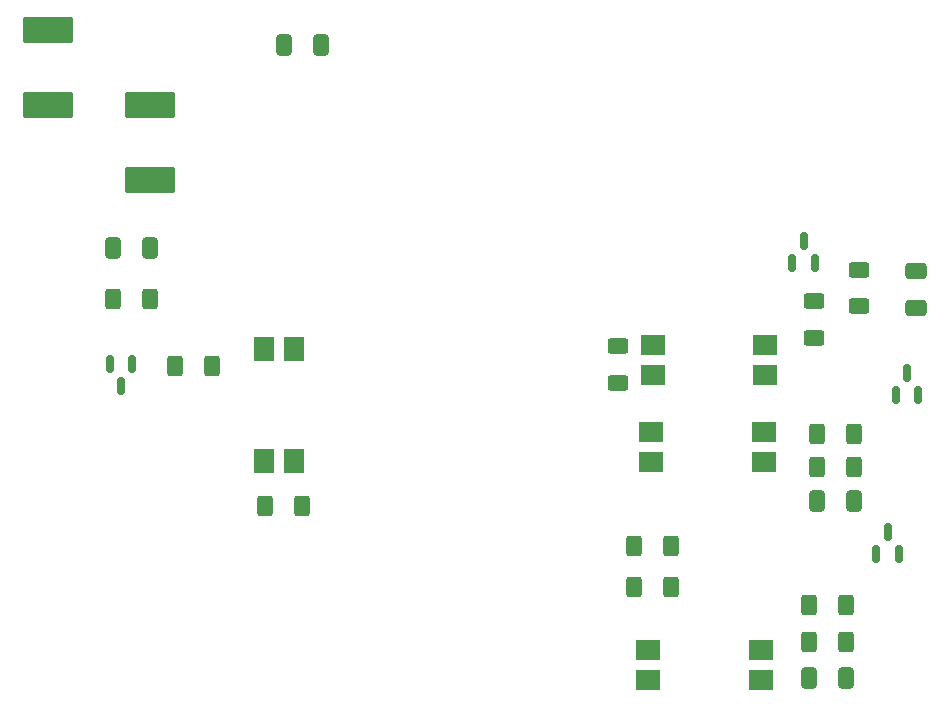
<source format=gtp>
%TF.GenerationSoftware,KiCad,Pcbnew,(6.0.4-0)*%
%TF.CreationDate,2022-09-08T11:41:12+02:00*%
%TF.ProjectId,Antennenumschalter,416e7465-6e6e-4656-9e75-6d736368616c,rev?*%
%TF.SameCoordinates,Original*%
%TF.FileFunction,Paste,Top*%
%TF.FilePolarity,Positive*%
%FSLAX46Y46*%
G04 Gerber Fmt 4.6, Leading zero omitted, Abs format (unit mm)*
G04 Created by KiCad (PCBNEW (6.0.4-0)) date 2022-09-08 11:41:12*
%MOMM*%
%LPD*%
G01*
G04 APERTURE LIST*
G04 Aperture macros list*
%AMRoundRect*
0 Rectangle with rounded corners*
0 $1 Rounding radius*
0 $2 $3 $4 $5 $6 $7 $8 $9 X,Y pos of 4 corners*
0 Add a 4 corners polygon primitive as box body*
4,1,4,$2,$3,$4,$5,$6,$7,$8,$9,$2,$3,0*
0 Add four circle primitives for the rounded corners*
1,1,$1+$1,$2,$3*
1,1,$1+$1,$4,$5*
1,1,$1+$1,$6,$7*
1,1,$1+$1,$8,$9*
0 Add four rect primitives between the rounded corners*
20,1,$1+$1,$2,$3,$4,$5,0*
20,1,$1+$1,$4,$5,$6,$7,0*
20,1,$1+$1,$6,$7,$8,$9,0*
20,1,$1+$1,$8,$9,$2,$3,0*%
G04 Aperture macros list end*
%ADD10R,1.780000X2.000000*%
%ADD11R,2.000000X1.780000*%
%ADD12RoundRect,0.250000X0.412500X0.650000X-0.412500X0.650000X-0.412500X-0.650000X0.412500X-0.650000X0*%
%ADD13RoundRect,0.250000X0.400000X0.625000X-0.400000X0.625000X-0.400000X-0.625000X0.400000X-0.625000X0*%
%ADD14RoundRect,0.250000X-0.400000X-0.625000X0.400000X-0.625000X0.400000X0.625000X-0.400000X0.625000X0*%
%ADD15RoundRect,0.250000X0.625000X-0.400000X0.625000X0.400000X-0.625000X0.400000X-0.625000X-0.400000X0*%
%ADD16RoundRect,0.250000X-0.625000X0.400000X-0.625000X-0.400000X0.625000X-0.400000X0.625000X0.400000X0*%
%ADD17RoundRect,0.250000X-1.875000X0.875000X-1.875000X-0.875000X1.875000X-0.875000X1.875000X0.875000X0*%
%ADD18RoundRect,0.250000X-0.412500X-0.650000X0.412500X-0.650000X0.412500X0.650000X-0.412500X0.650000X0*%
%ADD19RoundRect,0.150000X0.150000X-0.587500X0.150000X0.587500X-0.150000X0.587500X-0.150000X-0.587500X0*%
%ADD20RoundRect,0.250000X-0.650000X0.412500X-0.650000X-0.412500X0.650000X-0.412500X0.650000X0.412500X0*%
%ADD21RoundRect,0.150000X-0.150000X0.587500X-0.150000X-0.587500X0.150000X-0.587500X0.150000X0.587500X0*%
%ADD22RoundRect,0.250000X1.875000X-0.875000X1.875000X0.875000X-1.875000X0.875000X-1.875000X-0.875000X0*%
G04 APERTURE END LIST*
D10*
X79756000Y-123891000D03*
X82296000Y-123891000D03*
X82296000Y-114361000D03*
X79756000Y-114361000D03*
D11*
X112329000Y-139827000D03*
X112329000Y-142367000D03*
X121859000Y-142367000D03*
X121859000Y-139827000D03*
X112583000Y-121412000D03*
X112583000Y-123952000D03*
X122113000Y-123952000D03*
X122113000Y-121412000D03*
X112710000Y-114046000D03*
X112710000Y-116586000D03*
X122240000Y-116586000D03*
X122240000Y-114046000D03*
D12*
X129070500Y-142240000D03*
X125945500Y-142240000D03*
D13*
X129058000Y-139192000D03*
X125958000Y-139192000D03*
D14*
X111099000Y-131064000D03*
X114199000Y-131064000D03*
D15*
X126365000Y-113437000D03*
X126365000Y-110337000D03*
X109728000Y-117247000D03*
X109728000Y-114147000D03*
D16*
X130175000Y-107670000D03*
X130175000Y-110770000D03*
D14*
X125958000Y-136017000D03*
X129058000Y-136017000D03*
D17*
X61468000Y-87351000D03*
X61468000Y-93751000D03*
D18*
X67017500Y-105791000D03*
X70142500Y-105791000D03*
D14*
X67030000Y-110109000D03*
X70130000Y-110109000D03*
D19*
X131638000Y-131747500D03*
X133538000Y-131747500D03*
X132588000Y-129872500D03*
D13*
X82957000Y-127635000D03*
X79857000Y-127635000D03*
D20*
X135001000Y-107784500D03*
X135001000Y-110909500D03*
D14*
X111099000Y-134493000D03*
X114199000Y-134493000D03*
D19*
X133289000Y-118285500D03*
X135189000Y-118285500D03*
X134239000Y-116410500D03*
D12*
X129705500Y-127254000D03*
X126580500Y-127254000D03*
D21*
X68641000Y-115648500D03*
X66741000Y-115648500D03*
X67691000Y-117523500D03*
D18*
X81495500Y-88646000D03*
X84620500Y-88646000D03*
D22*
X70104000Y-100101000D03*
X70104000Y-93701000D03*
D13*
X75337000Y-115824000D03*
X72237000Y-115824000D03*
X129693000Y-124333000D03*
X126593000Y-124333000D03*
D19*
X124526000Y-107109500D03*
X126426000Y-107109500D03*
X125476000Y-105234500D03*
D14*
X126593000Y-121539000D03*
X129693000Y-121539000D03*
M02*

</source>
